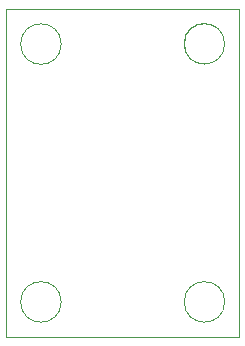
<source format=gbr>
G04 (created by PCBNEW (2013-07-07 BZR 4022)-stable) date 5/1/2015 4:40:18 PM*
%MOIN*%
G04 Gerber Fmt 3.4, Leading zero omitted, Abs format*
%FSLAX34Y34*%
G01*
G70*
G90*
G04 APERTURE LIST*
%ADD10C,0.00590551*%
%ADD11C,0.00393701*%
G04 APERTURE END LIST*
G54D10*
G54D11*
X17770Y-7950D02*
G75*
G03X17770Y-7950I-670J0D01*
G74*
G01*
X18250Y-6775D02*
X18250Y-7275D01*
X10500Y-6775D02*
X18250Y-6775D01*
X10500Y-8750D02*
X10500Y-6775D01*
X18250Y-17725D02*
X18250Y-17225D01*
X10500Y-17725D02*
X18250Y-17725D01*
X10500Y-17725D02*
X10500Y-17225D01*
X17775Y-16550D02*
G75*
G03X17775Y-16550I-675J0D01*
G74*
G01*
X12325Y-16550D02*
G75*
G03X12325Y-16550I-675J0D01*
G74*
G01*
X17770Y-7945D02*
G75*
G03X17770Y-7945I-675J0D01*
G74*
G01*
X12325Y-7955D02*
G75*
G03X12325Y-7955I-675J0D01*
G74*
G01*
X10500Y-8675D02*
X10500Y-8000D01*
X10500Y-8750D02*
X10500Y-8675D01*
X10500Y-7275D02*
X10500Y-7350D01*
X18250Y-7275D02*
X18250Y-8750D01*
X10500Y-8750D02*
X10500Y-7275D01*
X18250Y-17225D02*
X18250Y-15750D01*
X10500Y-15750D02*
X10500Y-17225D01*
X10500Y-15750D02*
X10500Y-8750D01*
X18250Y-8750D02*
X18250Y-15750D01*
M02*

</source>
